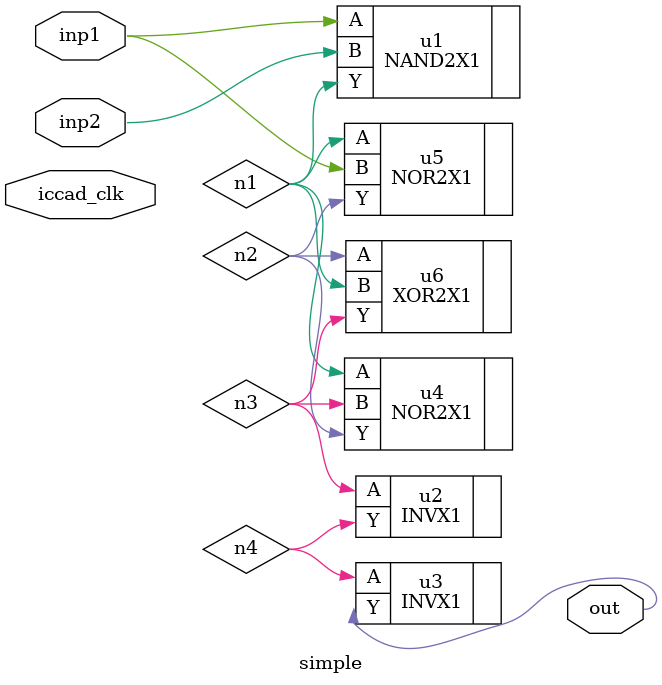
<source format=v>
module simple (
inp1,
inp2,
iccad_clk,
out
);

// Start PIs
input inp1;
input inp2;
input iccad_clk;

// Start POs
output out;

// Start wires
wire n1;
wire n2;
wire n3;
wire n4;
wire inp1;
wire inp2;
wire iccad_clk;
wire out;

// Start cells
NAND2X1 u1 ( .A(inp1), .B(inp2), .Y(n1) );
NOR2X1 u5 (.A(n1), .B(inp1), .Y(n2));
XOR2X1 u6 (.A(n2), .B(n1), .Y(n3));
INVX1 u2 ( .A(n3), .Y(n4) );
INVX1 u3 ( .A(n4), .Y(out) );
NOR2X1 u4 ( .A(n1), .B(n3), .Y(n2) );

endmodule
</source>
